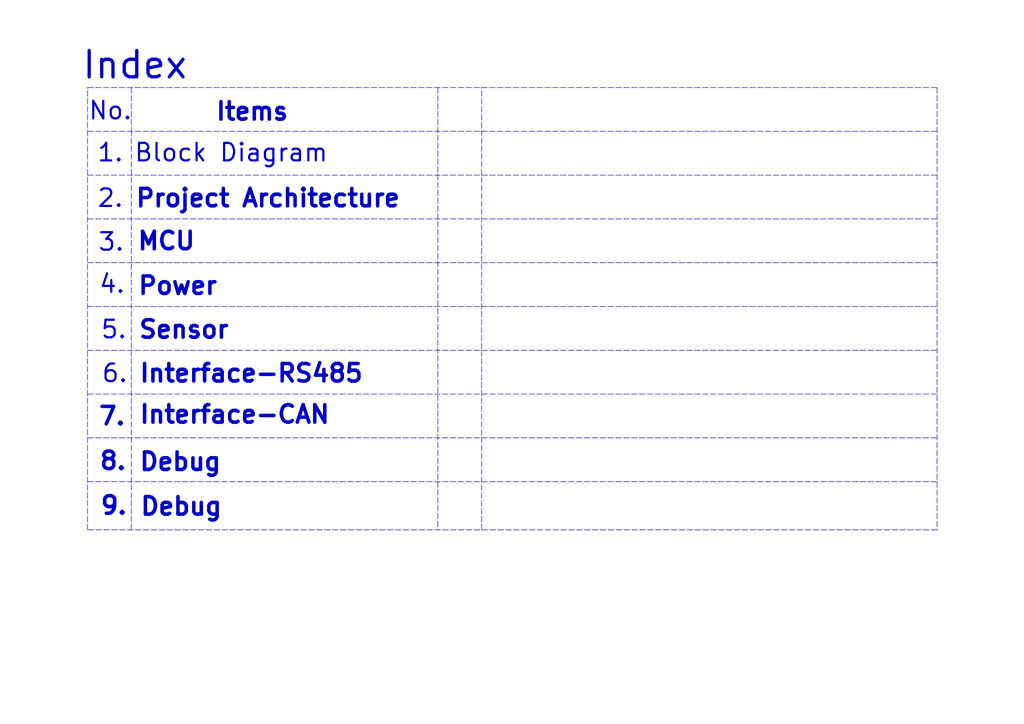
<source format=kicad_sch>
(kicad_sch
	(version 20250114)
	(generator "eeschema")
	(generator_version "9.0")
	(uuid "4f99e294-5974-4eb7-840e-c78c3970e6d8")
	(paper "A4")
	(lib_symbols)
	(text "3."
		(exclude_from_sim no)
		(at 32.258 70.358 0)
		(effects
			(font
				(size 5.08 5.08)
				(thickness 0.635)
			)
		)
		(uuid "01ad263d-6b6b-49eb-b284-e6ea287d9f99")
	)
	(text "9."
		(exclude_from_sim no)
		(at 33.02 146.812 0)
		(effects
			(font
				(size 5.08 5.08)
				(thickness 1.016)
				(bold yes)
			)
		)
		(uuid "04283144-6807-4980-b3b3-c972e12bf338")
	)
	(text "7."
		(exclude_from_sim no)
		(at 32.512 120.904 0)
		(effects
			(font
				(size 5.08 5.08)
				(thickness 1.016)
				(bold yes)
			)
		)
		(uuid "1757910f-1b95-41bf-a3d4-dce747e75772")
	)
	(text "Debug"
		(exclude_from_sim no)
		(at 52.578 147.066 0)
		(effects
			(font
				(size 5.08 5.08)
				(thickness 1.016)
				(bold yes)
			)
		)
		(uuid "1dfc478b-dc34-4fd4-b16b-51cb7e25a239")
	)
	(text "Block Diagram"
		(exclude_from_sim no)
		(at 67.056 44.45 0)
		(effects
			(font
				(size 5.08 5.08)
				(thickness 0.635)
			)
			(href "#3")
		)
		(uuid "283f6d40-e756-47cd-abdd-bcd7dc53869e")
	)
	(text "Power"
		(exclude_from_sim no)
		(at 51.562 83.058 0)
		(effects
			(font
				(size 5.08 5.08)
				(thickness 1.016)
				(bold yes)
			)
			(href "#6")
		)
		(uuid "3313ca55-3415-4e5f-8dbe-21547f868abd")
	)
	(text "2."
		(exclude_from_sim no)
		(at 32.004 57.658 0)
		(effects
			(font
				(size 5.08 5.08)
				(thickness 0.635)
			)
		)
		(uuid "3aa9948e-626d-4ccd-b6f1-f76de7d099c2")
	)
	(text "Interface-RS485"
		(exclude_from_sim no)
		(at 72.898 108.458 0)
		(effects
			(font
				(size 5.08 5.08)
				(thickness 1.016)
				(bold yes)
			)
			(href "#8")
		)
		(uuid "3e94d8ca-7ef5-414c-bac6-630c1f296e14")
	)
	(text "Debug"
		(exclude_from_sim no)
		(at 52.324 134.112 0)
		(effects
			(font
				(size 5.08 5.08)
				(thickness 1.016)
				(bold yes)
			)
		)
		(uuid "440e4c48-208e-413c-9d0b-6b375e2cd359")
	)
	(text "Items"
		(exclude_from_sim no)
		(at 73.152 32.512 0)
		(effects
			(font
				(size 5.08 5.08)
				(thickness 1.016)
				(bold yes)
			)
		)
		(uuid "496755ed-b12c-45a4-99bc-4d833bc85e70")
	)
	(text "1."
		(exclude_from_sim no)
		(at 32.004 44.45 0)
		(effects
			(font
				(size 5.08 5.08)
				(thickness 0.635)
			)
		)
		(uuid "4f239782-1d1c-4bb8-9c61-ed35d51e400c")
	)
	(text "6."
		(exclude_from_sim no)
		(at 33.274 108.458 0)
		(effects
			(font
				(size 5.08 5.08)
				(thickness 0.635)
			)
		)
		(uuid "53d5d793-5432-408c-8fb4-434ff10bdbe8")
	)
	(text "8."
		(exclude_from_sim no)
		(at 32.766 133.858 0)
		(effects
			(font
				(size 5.08 5.08)
				(thickness 1.016)
				(bold yes)
			)
		)
		(uuid "5e5eab7a-5e42-467b-a769-d85affbe2b43")
	)
	(text "Interface-CAN"
		(exclude_from_sim no)
		(at 68.072 120.396 0)
		(effects
			(font
				(size 5.08 5.08)
				(thickness 1.016)
				(bold yes)
			)
			(href "#9")
		)
		(uuid "82ad6ff9-97a8-4f4d-8a33-a8c4017feaef")
	)
	(text "No."
		(exclude_from_sim no)
		(at 32.004 32.258 0)
		(effects
			(font
				(size 5.08 5.08)
				(thickness 0.635)
			)
		)
		(uuid "865caf77-d198-46cd-a007-3a554cf2f62e")
	)
	(text "4."
		(exclude_from_sim no)
		(at 32.512 82.55 0)
		(effects
			(font
				(size 5.08 5.08)
				(thickness 0.635)
			)
		)
		(uuid "9fe1078c-154c-4de8-8c04-8af8bf045582")
	)
	(text "MCU"
		(exclude_from_sim no)
		(at 48.26 70.104 0)
		(effects
			(font
				(size 5.08 5.08)
				(thickness 1.016)
				(bold yes)
			)
			(href "#5")
		)
		(uuid "d2e67a08-afa9-44a1-92dd-ef8ce4171ec0")
	)
	(text "Sensor"
		(exclude_from_sim no)
		(at 53.34 95.758 0)
		(effects
			(font
				(size 5.08 5.08)
				(thickness 1.016)
				(bold yes)
			)
			(href "#7")
		)
		(uuid "e3b5d9d9-5e41-490c-a882-0ad512ae3342")
	)
	(text "Project Architecture"
		(exclude_from_sim no)
		(at 77.724 57.658 0)
		(effects
			(font
				(size 5.08 5.08)
				(thickness 1.016)
				(bold yes)
			)
			(href "#4")
		)
		(uuid "e5673884-6c86-42a3-80a5-79ce64e3a587")
	)
	(text "Index"
		(exclude_from_sim no)
		(at 39.116 19.05 0)
		(effects
			(font
				(face "KiCad Font")
				(size 7.62 7.62)
				(thickness 0.9525)
			)
		)
		(uuid "eb03bebc-d0ab-4c3f-a385-7fb588011250")
	)
	(text "5."
		(exclude_from_sim no)
		(at 33.02 95.758 0)
		(effects
			(font
				(size 5.08 5.08)
				(thickness 0.635)
			)
		)
		(uuid "ed13eb71-d3e8-4251-895b-e0a5027d57ec")
	)
	(polyline
		(pts
			(xy 271.78 153.67) (xy 25.4 153.67)
		)
		(stroke
			(width 0)
			(type dash)
		)
		(uuid "297d5af7-db3e-48f2-ad95-6554d3be2ac0")
	)
	(polyline
		(pts
			(xy 25.4 127) (xy 271.78 127)
		)
		(stroke
			(width 0)
			(type dash)
		)
		(uuid "306cb652-9c32-4c5b-8aad-a64af72f37ce")
	)
	(polyline
		(pts
			(xy 25.4 63.5) (xy 271.78 63.5)
		)
		(stroke
			(width 0)
			(type dash)
		)
		(uuid "371d29db-fdcb-4788-babe-1eafdd4188f4")
	)
	(polyline
		(pts
			(xy 271.78 25.4) (xy 271.78 153.67)
		)
		(stroke
			(width 0)
			(type dash)
		)
		(uuid "38701b76-7c48-441f-9121-1f0ca3805841")
	)
	(polyline
		(pts
			(xy 25.4 88.9) (xy 271.78 88.9)
		)
		(stroke
			(width 0)
			(type dash)
		)
		(uuid "544a799a-a159-4512-bceb-de21758e7611")
	)
	(polyline
		(pts
			(xy 127 25.4) (xy 127 153.67)
		)
		(stroke
			(width 0)
			(type dash)
		)
		(uuid "61ebec2b-d259-4eaa-816c-5bb055437cba")
	)
	(polyline
		(pts
			(xy 25.4 76.2) (xy 271.78 76.2)
		)
		(stroke
			(width 0)
			(type dash)
		)
		(uuid "63b2f134-550d-4509-a177-0eec550e3384")
	)
	(polyline
		(pts
			(xy 25.4 38.1) (xy 271.78 38.1)
		)
		(stroke
			(width 0)
			(type dash)
		)
		(uuid "72817efe-bf10-473c-9139-6b737f805ac4")
	)
	(polyline
		(pts
			(xy 139.7 153.67) (xy 139.7 25.4)
		)
		(stroke
			(width 0)
			(type dash)
		)
		(uuid "85bcc356-a906-422a-b0e4-4721dc864e94")
	)
	(polyline
		(pts
			(xy 38.1 153.67) (xy 38.1 38.1)
		)
		(stroke
			(width 0)
			(type dash)
		)
		(uuid "86ce4ade-7925-4641-b4be-4eba84e2b4d8")
	)
	(polyline
		(pts
			(xy 25.4 139.7) (xy 271.78 139.7)
		)
		(stroke
			(width 0)
			(type dash)
		)
		(uuid "a7ab9677-04b1-4286-8131-3955b767c9db")
	)
	(polyline
		(pts
			(xy 38.1 25.4) (xy 38.1 38.1)
		)
		(stroke
			(width 0)
			(type dash)
		)
		(uuid "b44839d9-9761-4948-9f41-1a3a8562578b")
	)
	(polyline
		(pts
			(xy 25.4 114.3) (xy 271.78 114.3)
		)
		(stroke
			(width 0)
			(type dash)
		)
		(uuid "b4b05860-fdbd-4653-9d4c-70de91b42aa4")
	)
	(polyline
		(pts
			(xy 25.4 50.8) (xy 271.78 50.8)
		)
		(stroke
			(width 0)
			(type dash)
		)
		(uuid "b53a9789-a0f7-4e9e-b7a9-2e57ae7a8bdf")
	)
	(polyline
		(pts
			(xy 25.4 25.4) (xy 271.78 25.4)
		)
		(stroke
			(width 0)
			(type dash)
		)
		(uuid "e4ac6bd5-d0b7-457e-8744-8c5f5ec086ba")
	)
	(polyline
		(pts
			(xy 25.4 153.67) (xy 25.4 25.4)
		)
		(stroke
			(width 0)
			(type dash)
		)
		(uuid "e7500b2f-b2ad-4dea-865c-ac578b5203a3")
	)
	(polyline
		(pts
			(xy 25.4 101.6) (xy 271.78 101.6)
		)
		(stroke
			(width 0)
			(type dash)
		)
		(uuid "f1dd89ef-06f2-407b-907d-5c09a6374bd9")
	)
)

</source>
